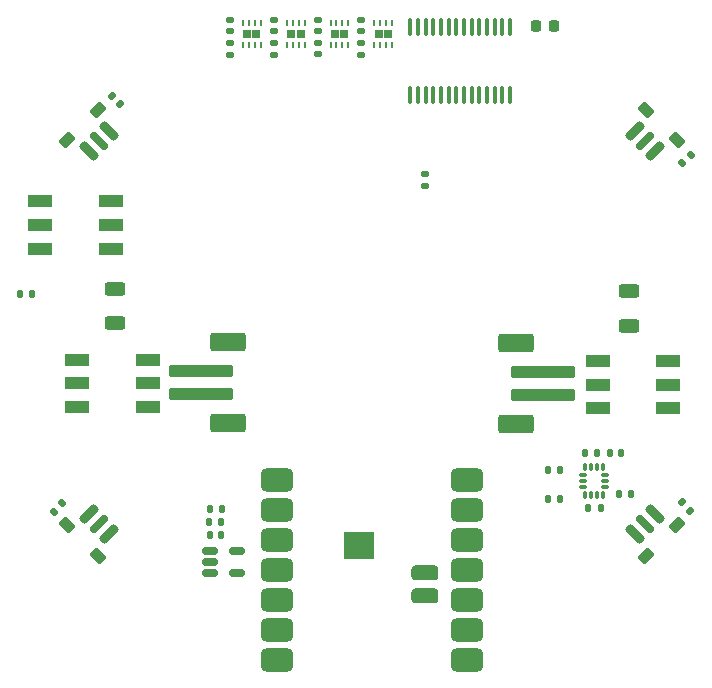
<source format=gtp>
G04 #@! TF.GenerationSoftware,KiCad,Pcbnew,7.0.10*
G04 #@! TF.CreationDate,2024-07-17T21:57:28-05:00*
G04 #@! TF.ProjectId,Swarm Robot,53776172-6d20-4526-9f62-6f742e6b6963,rev?*
G04 #@! TF.SameCoordinates,Original*
G04 #@! TF.FileFunction,Paste,Top*
G04 #@! TF.FilePolarity,Positive*
%FSLAX46Y46*%
G04 Gerber Fmt 4.6, Leading zero omitted, Abs format (unit mm)*
G04 Created by KiCad (PCBNEW 7.0.10) date 2024-07-17 21:57:28*
%MOMM*%
%LPD*%
G01*
G04 APERTURE LIST*
G04 Aperture macros list*
%AMRoundRect*
0 Rectangle with rounded corners*
0 $1 Rounding radius*
0 $2 $3 $4 $5 $6 $7 $8 $9 X,Y pos of 4 corners*
0 Add a 4 corners polygon primitive as box body*
4,1,4,$2,$3,$4,$5,$6,$7,$8,$9,$2,$3,0*
0 Add four circle primitives for the rounded corners*
1,1,$1+$1,$2,$3*
1,1,$1+$1,$4,$5*
1,1,$1+$1,$6,$7*
1,1,$1+$1,$8,$9*
0 Add four rect primitives between the rounded corners*
20,1,$1+$1,$2,$3,$4,$5,0*
20,1,$1+$1,$4,$5,$6,$7,0*
20,1,$1+$1,$6,$7,$8,$9,0*
20,1,$1+$1,$8,$9,$2,$3,0*%
G04 Aperture macros list end*
%ADD10RoundRect,0.150000X-0.636396X-0.424264X-0.424264X-0.636396X0.636396X0.424264X0.424264X0.636396X0*%
%ADD11RoundRect,0.187500X-0.636396X-0.371231X-0.371231X-0.636396X0.636396X0.371231X0.371231X0.636396X0*%
%ADD12RoundRect,0.225000X-0.459619X0.141421X0.141421X-0.459619X0.459619X-0.141421X-0.141421X0.459619X0*%
%ADD13RoundRect,0.150000X0.424264X-0.636396X0.636396X-0.424264X-0.424264X0.636396X-0.636396X0.424264X0*%
%ADD14RoundRect,0.187500X0.371231X-0.636396X0.636396X-0.371231X-0.371231X0.636396X-0.636396X0.371231X0*%
%ADD15RoundRect,0.225000X-0.141421X-0.459619X0.459619X0.141421X0.141421X0.459619X-0.459619X-0.141421X0*%
%ADD16R,2.000000X1.000000*%
%ADD17RoundRect,0.087500X0.087500X-0.225000X0.087500X0.225000X-0.087500X0.225000X-0.087500X-0.225000X0*%
%ADD18RoundRect,0.087500X0.225000X-0.087500X0.225000X0.087500X-0.225000X0.087500X-0.225000X-0.087500X0*%
%ADD19RoundRect,0.100000X-0.100000X0.637500X-0.100000X-0.637500X0.100000X-0.637500X0.100000X0.637500X0*%
%ADD20RoundRect,0.317500X-0.825500X0.317500X-0.825500X-0.317500X0.825500X-0.317500X0.825500X0.317500X0*%
%ADD21RoundRect,0.500000X0.875000X0.500000X-0.875000X0.500000X-0.875000X-0.500000X0.875000X-0.500000X0*%
%ADD22RoundRect,0.135000X0.135000X0.185000X-0.135000X0.185000X-0.135000X-0.185000X0.135000X-0.185000X0*%
%ADD23RoundRect,0.135000X-0.135000X-0.185000X0.135000X-0.185000X0.135000X0.185000X-0.135000X0.185000X0*%
%ADD24RoundRect,0.135000X0.185000X-0.135000X0.185000X0.135000X-0.185000X0.135000X-0.185000X-0.135000X0*%
%ADD25RoundRect,0.135000X-0.226274X-0.035355X-0.035355X-0.226274X0.226274X0.035355X0.035355X0.226274X0*%
%ADD26RoundRect,0.135000X-0.035355X0.226274X-0.226274X0.035355X0.035355X-0.226274X0.226274X-0.035355X0*%
%ADD27RoundRect,0.135000X0.226274X0.035355X0.035355X0.226274X-0.226274X-0.035355X-0.035355X-0.226274X0*%
%ADD28RoundRect,0.135000X0.035355X-0.226274X0.226274X-0.035355X-0.035355X0.226274X-0.226274X0.035355X0*%
%ADD29RoundRect,0.140000X-0.140000X-0.170000X0.140000X-0.170000X0.140000X0.170000X-0.140000X0.170000X0*%
%ADD30RoundRect,0.225000X-0.225000X-0.250000X0.225000X-0.250000X0.225000X0.250000X-0.225000X0.250000X0*%
%ADD31RoundRect,0.140000X-0.170000X0.140000X-0.170000X-0.140000X0.170000X-0.140000X0.170000X0.140000X0*%
%ADD32RoundRect,0.140000X0.140000X0.170000X-0.140000X0.170000X-0.140000X-0.170000X0.140000X-0.170000X0*%
%ADD33RoundRect,0.140000X0.170000X-0.140000X0.170000X0.140000X-0.170000X0.140000X-0.170000X-0.140000X0*%
%ADD34RoundRect,0.150000X0.636396X0.424264X0.424264X0.636396X-0.636396X-0.424264X-0.424264X-0.636396X0*%
%ADD35RoundRect,0.187500X0.636396X0.371231X0.371231X0.636396X-0.636396X-0.371231X-0.371231X-0.636396X0*%
%ADD36RoundRect,0.225000X0.459619X-0.141421X-0.141421X0.459619X-0.459619X0.141421X0.141421X-0.459619X0*%
%ADD37RoundRect,0.150000X-0.424264X0.636396X-0.636396X0.424264X0.424264X-0.636396X0.636396X-0.424264X0*%
%ADD38RoundRect,0.187500X-0.371231X0.636396X-0.636396X0.371231X0.371231X-0.636396X0.636396X-0.371231X0*%
%ADD39RoundRect,0.225000X0.141421X0.459619X-0.459619X-0.141421X-0.141421X-0.459619X0.459619X0.141421X0*%
%ADD40R,0.250000X0.500000*%
%ADD41R,0.650000X0.750000*%
%ADD42RoundRect,0.250000X-0.625000X0.312500X-0.625000X-0.312500X0.625000X-0.312500X0.625000X0.312500X0*%
%ADD43RoundRect,0.150000X-0.512500X-0.150000X0.512500X-0.150000X0.512500X0.150000X-0.512500X0.150000X0*%
%ADD44RoundRect,0.250000X-2.500000X0.250000X-2.500000X-0.250000X2.500000X-0.250000X2.500000X0.250000X0*%
%ADD45RoundRect,0.250000X-1.250000X0.550000X-1.250000X-0.550000X1.250000X-0.550000X1.250000X0.550000X0*%
%ADD46RoundRect,0.250000X2.500000X-0.250000X2.500000X0.250000X-2.500000X0.250000X-2.500000X-0.250000X0*%
%ADD47RoundRect,0.250000X1.250000X-0.550000X1.250000X0.550000X-1.250000X0.550000X-1.250000X-0.550000X0*%
G04 APERTURE END LIST*
G36*
X150166000Y-119147750D02*
G01*
X147641000Y-119147750D01*
X147641000Y-116857750D01*
X150166000Y-116857750D01*
X150166000Y-119147750D01*
G37*
D10*
X126888785Y-116203515D03*
D11*
X127754991Y-117069721D03*
X126022579Y-115337309D03*
D12*
X126818074Y-118890521D03*
X124201779Y-116274226D03*
D13*
X173111215Y-116200215D03*
D14*
X173977421Y-115334009D03*
X172245009Y-117066421D03*
D15*
X175798221Y-116270926D03*
X173181926Y-118887221D03*
D16*
X175100000Y-102400000D03*
X175100000Y-104400000D03*
X175100000Y-106400000D03*
X169100000Y-102400000D03*
X169100000Y-104400000D03*
X169100000Y-106400000D03*
D17*
X168040000Y-113720000D03*
X168540000Y-113720000D03*
X169040000Y-113720000D03*
X169540000Y-113720000D03*
D18*
X169702500Y-113057500D03*
X169702500Y-112557500D03*
X169702500Y-112057500D03*
D17*
X169540000Y-111395000D03*
X169040000Y-111395000D03*
X168540000Y-111395000D03*
X168040000Y-111395000D03*
D18*
X167877500Y-112057500D03*
X167877500Y-112557500D03*
X167877500Y-113057500D03*
D19*
X161691250Y-79848750D03*
X161041250Y-79848750D03*
X160391250Y-79848750D03*
X159741250Y-79848750D03*
X159091250Y-79848750D03*
X158441250Y-79848750D03*
X157791250Y-79848750D03*
X157141250Y-79848750D03*
X156491250Y-79848750D03*
X155841250Y-79848750D03*
X155191250Y-79848750D03*
X154541250Y-79848750D03*
X153891250Y-79848750D03*
X153241250Y-79848750D03*
X153241250Y-74123750D03*
X153891250Y-74123750D03*
X154541250Y-74123750D03*
X155191250Y-74123750D03*
X155841250Y-74123750D03*
X156491250Y-74123750D03*
X157141250Y-74123750D03*
X157791250Y-74123750D03*
X158441250Y-74123750D03*
X159091250Y-74123750D03*
X159741250Y-74123750D03*
X160391250Y-74123750D03*
X161041250Y-74123750D03*
X161691250Y-74123750D03*
D20*
X154471000Y-122282750D03*
X154471000Y-120377750D03*
D21*
X141916000Y-127702750D03*
X141916000Y-125162750D03*
X141916000Y-122622750D03*
X141916000Y-120082750D03*
X141916000Y-117542750D03*
X141916000Y-115002750D03*
X141916000Y-112462750D03*
X158081000Y-112462750D03*
X158081000Y-115002750D03*
X158081000Y-117542750D03*
X158081000Y-120082750D03*
X158081000Y-122622750D03*
X158081000Y-125162750D03*
X158081000Y-127702750D03*
D22*
X169090001Y-110220000D03*
X168070001Y-110220000D03*
X169350000Y-114880000D03*
X168330000Y-114880000D03*
D23*
X164920000Y-111610000D03*
X165940000Y-111610000D03*
X164900000Y-114070000D03*
X165920000Y-114070000D03*
X136259999Y-114920000D03*
X137279999Y-114920000D03*
D22*
X137230000Y-116020000D03*
X136210000Y-116020000D03*
D24*
X154480000Y-87550001D03*
X154480000Y-86530001D03*
D25*
X176210000Y-114360000D03*
X176931248Y-115081248D03*
D26*
X123791248Y-114448752D03*
X123070000Y-115170000D03*
D27*
X128690624Y-80660624D03*
X127969376Y-79939376D03*
D28*
X176249376Y-85650624D03*
X176970624Y-84929376D03*
D29*
X170940000Y-113660000D03*
X171900000Y-113660000D03*
X170140000Y-110230000D03*
X171100000Y-110230000D03*
D30*
X165410000Y-74070000D03*
X163860000Y-74070000D03*
D29*
X120220000Y-96720000D03*
X121180000Y-96720000D03*
D31*
X137981250Y-73543750D03*
X137981250Y-74503750D03*
D32*
X137220000Y-117120000D03*
X136260000Y-117120000D03*
D33*
X137981250Y-76453750D03*
X137981250Y-75493750D03*
D31*
X141691250Y-73543750D03*
X141691250Y-74503750D03*
D33*
X141691250Y-76453750D03*
X141691250Y-75493750D03*
D31*
X149100000Y-73540000D03*
X149100000Y-74500000D03*
X145390000Y-73530000D03*
X145390000Y-74490000D03*
D33*
X149100000Y-76470000D03*
X149100000Y-75510000D03*
X145390000Y-76430000D03*
X145390000Y-75470000D03*
D16*
X127930000Y-88880000D03*
X127930000Y-90880000D03*
X127930000Y-92880000D03*
X121930000Y-88880000D03*
X121930000Y-90880000D03*
X121930000Y-92880000D03*
D34*
X173103604Y-83799396D03*
D35*
X172237398Y-82933190D03*
X173969810Y-84665602D03*
D36*
X173174315Y-81112390D03*
X175790610Y-83728685D03*
D37*
X126888785Y-83799785D03*
D38*
X126022579Y-84665991D03*
X127754991Y-82933579D03*
D39*
X124201779Y-83729074D03*
X126818074Y-81112779D03*
D40*
X146491250Y-73763750D03*
X146991250Y-73763750D03*
X147491250Y-73763750D03*
X147991250Y-73763750D03*
X147991250Y-75663750D03*
X147491250Y-75663750D03*
X146991250Y-75663750D03*
X146491250Y-75663750D03*
D41*
X147641250Y-74713750D03*
X146841250Y-74713750D03*
D42*
X171720000Y-96485000D03*
X171720000Y-99410000D03*
D40*
X142801250Y-73763750D03*
X143301250Y-73763750D03*
X143801250Y-73763750D03*
X144301250Y-73763750D03*
X144301250Y-75663750D03*
X143801250Y-75663750D03*
X143301250Y-75663750D03*
X142801250Y-75663750D03*
D41*
X143951250Y-74713750D03*
X143151250Y-74713750D03*
D16*
X131000000Y-102300000D03*
X131000000Y-104300000D03*
X131000000Y-106300000D03*
X125000000Y-102300000D03*
X125000000Y-104300000D03*
X125000000Y-106300000D03*
D43*
X136312500Y-118490000D03*
X136312500Y-119440000D03*
X136312500Y-120390000D03*
X138587500Y-120390000D03*
X138587500Y-118490000D03*
D40*
X139061250Y-73763750D03*
X139561250Y-73763750D03*
X140061250Y-73763750D03*
X140561250Y-73763750D03*
X140561250Y-75663750D03*
X140061250Y-75663750D03*
X139561250Y-75663750D03*
X139061250Y-75663750D03*
D41*
X140211250Y-74713750D03*
X139411250Y-74713750D03*
D44*
X135550000Y-105225000D03*
X135550000Y-103225000D03*
D45*
X137800000Y-107625000D03*
X137800000Y-100825000D03*
D46*
X164450000Y-103300000D03*
X164450000Y-105300000D03*
D47*
X162200000Y-100900000D03*
X162200000Y-107700000D03*
D42*
X128200000Y-96267500D03*
X128200000Y-99192500D03*
D40*
X150211250Y-73773750D03*
X150711250Y-73773750D03*
X151211250Y-73773750D03*
X151711250Y-73773750D03*
X151711250Y-75673750D03*
X151211250Y-75673750D03*
X150711250Y-75673750D03*
X150211250Y-75673750D03*
D41*
X151361250Y-74723750D03*
X150561250Y-74723750D03*
M02*

</source>
